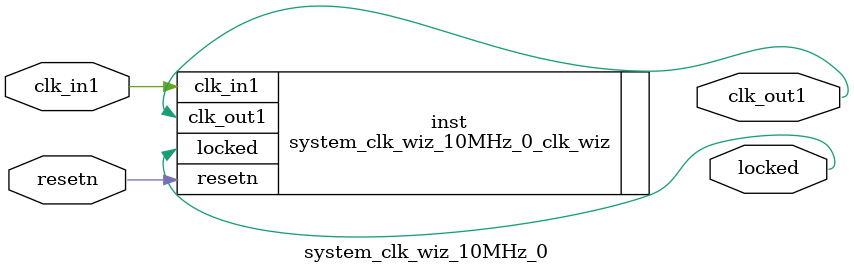
<source format=v>


`timescale 1ps/1ps

(* CORE_GENERATION_INFO = "system_clk_wiz_10MHz_0,clk_wiz_v6_0_1_0_0,{component_name=system_clk_wiz_10MHz_0,use_phase_alignment=true,use_min_o_jitter=false,use_max_i_jitter=false,use_dyn_phase_shift=false,use_inclk_switchover=false,use_dyn_reconfig=false,enable_axi=0,feedback_source=FDBK_AUTO,PRIMITIVE=MMCM,num_out_clk=1,clkin1_period=10.000,clkin2_period=10.000,use_power_down=false,use_reset=true,use_locked=true,use_inclk_stopped=false,feedback_type=SINGLE,CLOCK_MGR_TYPE=NA,manual_override=false}" *)

module system_clk_wiz_10MHz_0 
 (
  // Clock out ports
  output        clk_out1,
  // Status and control signals
  input         resetn,
  output        locked,
 // Clock in ports
  input         clk_in1
 );

  system_clk_wiz_10MHz_0_clk_wiz inst
  (
  // Clock out ports  
  .clk_out1(clk_out1),
  // Status and control signals               
  .resetn(resetn), 
  .locked(locked),
 // Clock in ports
  .clk_in1(clk_in1)
  );

endmodule

</source>
